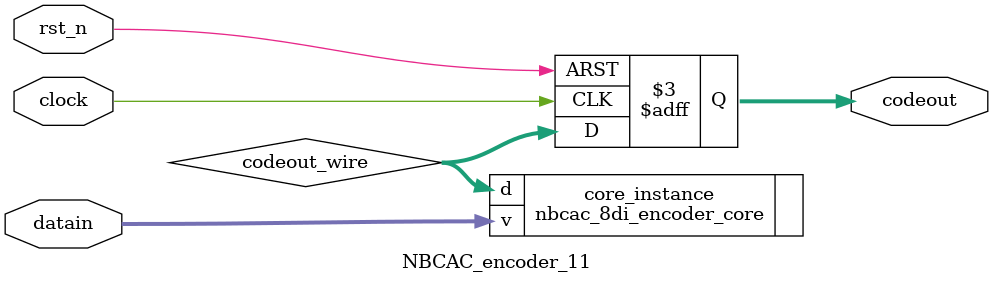
<source format=v>
module NBCAC_encoder_11(
    input wire clock,
    input wire rst_n,
    input wire [7:0] datain,
    output reg [11:1] codeout
);

    wire [11:1] codeout_wire;

    nbcac_8di_encoder_core core_instance(
        .v(datain),
        .d(codeout_wire)
    );

    //sync
    always @(posedge clock or negedge rst_n) begin
        if (~rst_n) begin
            codeout <= 0;
        end
        else begin
            codeout <= codeout_wire;
        end
    end

endmodule
</source>
